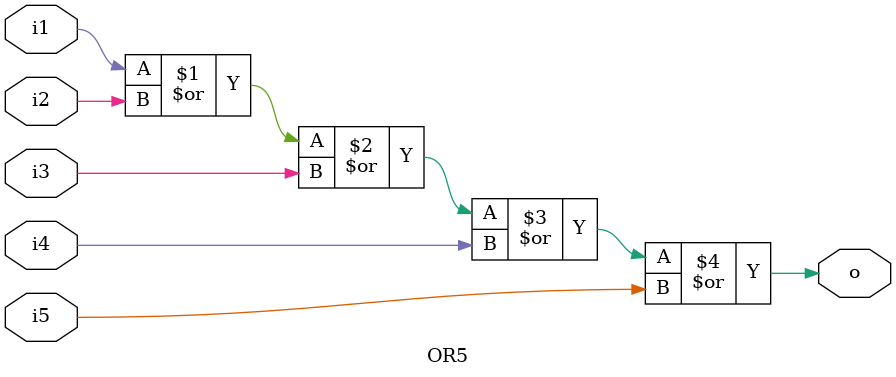
<source format=v>


module AND5(
input i1, // input 1
input i2, // input 2
input i3, // input 3
input i4, // input 4
input i5, // input 5
output o // output
);

assign o = i1&i2&i3&i4&i5;

endmodule

// ------------------------------------

// OR Gate Modules

module OR5(
input i1, // input 1
input i2, // input 2
input i3, // input 3
input i4, // input 4
input i5, // input 5
output o // output
);

assign o = i1|i2|i3|i4|i5;

endmodule

// END OF gates_5.v
// ------------------------------------
</source>
